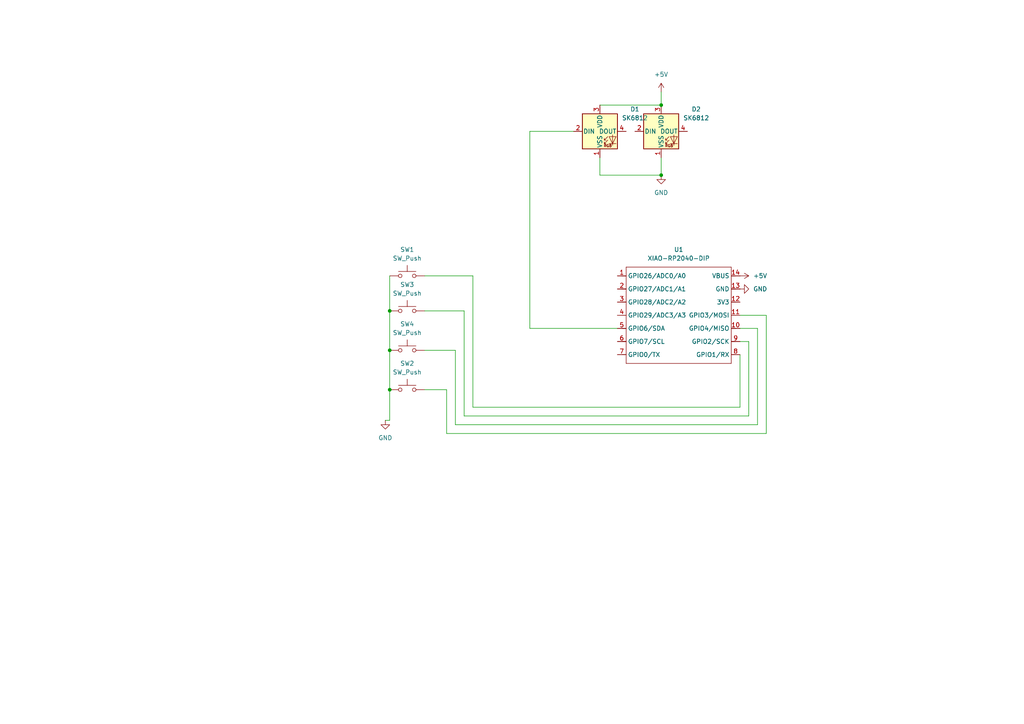
<source format=kicad_sch>
(kicad_sch
	(version 20250114)
	(generator "eeschema")
	(generator_version "9.0")
	(uuid "123f1300-b2f5-4174-9bb1-1b04623752ee")
	(paper "A4")
	(lib_symbols
		(symbol "LED:SK6812"
			(pin_names
				(offset 0.254)
			)
			(exclude_from_sim no)
			(in_bom yes)
			(on_board yes)
			(property "Reference" "D"
				(at 5.08 5.715 0)
				(effects
					(font
						(size 1.27 1.27)
					)
					(justify right bottom)
				)
			)
			(property "Value" "SK6812"
				(at 1.27 -5.715 0)
				(effects
					(font
						(size 1.27 1.27)
					)
					(justify left top)
				)
			)
			(property "Footprint" "LED_SMD:LED_SK6812_PLCC4_5.0x5.0mm_P3.2mm"
				(at 1.27 -7.62 0)
				(effects
					(font
						(size 1.27 1.27)
					)
					(justify left top)
					(hide yes)
				)
			)
			(property "Datasheet" "https://cdn-shop.adafruit.com/product-files/1138/SK6812+LED+datasheet+.pdf"
				(at 2.54 -9.525 0)
				(effects
					(font
						(size 1.27 1.27)
					)
					(justify left top)
					(hide yes)
				)
			)
			(property "Description" "RGB LED with integrated controller"
				(at 0 0 0)
				(effects
					(font
						(size 1.27 1.27)
					)
					(hide yes)
				)
			)
			(property "ki_keywords" "RGB LED NeoPixel addressable"
				(at 0 0 0)
				(effects
					(font
						(size 1.27 1.27)
					)
					(hide yes)
				)
			)
			(property "ki_fp_filters" "LED*SK6812*PLCC*5.0x5.0mm*P3.2mm*"
				(at 0 0 0)
				(effects
					(font
						(size 1.27 1.27)
					)
					(hide yes)
				)
			)
			(symbol "SK6812_0_0"
				(text "RGB"
					(at 2.286 -4.191 0)
					(effects
						(font
							(size 0.762 0.762)
						)
					)
				)
			)
			(symbol "SK6812_0_1"
				(polyline
					(pts
						(xy 1.27 -2.54) (xy 1.778 -2.54)
					)
					(stroke
						(width 0)
						(type default)
					)
					(fill
						(type none)
					)
				)
				(polyline
					(pts
						(xy 1.27 -3.556) (xy 1.778 -3.556)
					)
					(stroke
						(width 0)
						(type default)
					)
					(fill
						(type none)
					)
				)
				(polyline
					(pts
						(xy 2.286 -1.524) (xy 1.27 -2.54) (xy 1.27 -2.032)
					)
					(stroke
						(width 0)
						(type default)
					)
					(fill
						(type none)
					)
				)
				(polyline
					(pts
						(xy 2.286 -2.54) (xy 1.27 -3.556) (xy 1.27 -3.048)
					)
					(stroke
						(width 0)
						(type default)
					)
					(fill
						(type none)
					)
				)
				(polyline
					(pts
						(xy 3.683 -1.016) (xy 3.683 -3.556) (xy 3.683 -4.064)
					)
					(stroke
						(width 0)
						(type default)
					)
					(fill
						(type none)
					)
				)
				(polyline
					(pts
						(xy 4.699 -1.524) (xy 2.667 -1.524) (xy 3.683 -3.556) (xy 4.699 -1.524)
					)
					(stroke
						(width 0)
						(type default)
					)
					(fill
						(type none)
					)
				)
				(polyline
					(pts
						(xy 4.699 -3.556) (xy 2.667 -3.556)
					)
					(stroke
						(width 0)
						(type default)
					)
					(fill
						(type none)
					)
				)
				(rectangle
					(start 5.08 5.08)
					(end -5.08 -5.08)
					(stroke
						(width 0.254)
						(type default)
					)
					(fill
						(type background)
					)
				)
			)
			(symbol "SK6812_1_1"
				(pin input line
					(at -7.62 0 0)
					(length 2.54)
					(name "DIN"
						(effects
							(font
								(size 1.27 1.27)
							)
						)
					)
					(number "2"
						(effects
							(font
								(size 1.27 1.27)
							)
						)
					)
				)
				(pin power_in line
					(at 0 7.62 270)
					(length 2.54)
					(name "VDD"
						(effects
							(font
								(size 1.27 1.27)
							)
						)
					)
					(number "3"
						(effects
							(font
								(size 1.27 1.27)
							)
						)
					)
				)
				(pin power_in line
					(at 0 -7.62 90)
					(length 2.54)
					(name "VSS"
						(effects
							(font
								(size 1.27 1.27)
							)
						)
					)
					(number "1"
						(effects
							(font
								(size 1.27 1.27)
							)
						)
					)
				)
				(pin output line
					(at 7.62 0 180)
					(length 2.54)
					(name "DOUT"
						(effects
							(font
								(size 1.27 1.27)
							)
						)
					)
					(number "4"
						(effects
							(font
								(size 1.27 1.27)
							)
						)
					)
				)
			)
			(embedded_fonts no)
		)
		(symbol "Switch:SW_Push"
			(pin_numbers
				(hide yes)
			)
			(pin_names
				(offset 1.016)
				(hide yes)
			)
			(exclude_from_sim no)
			(in_bom yes)
			(on_board yes)
			(property "Reference" "SW"
				(at 1.27 2.54 0)
				(effects
					(font
						(size 1.27 1.27)
					)
					(justify left)
				)
			)
			(property "Value" "SW_Push"
				(at 0 -1.524 0)
				(effects
					(font
						(size 1.27 1.27)
					)
				)
			)
			(property "Footprint" ""
				(at 0 5.08 0)
				(effects
					(font
						(size 1.27 1.27)
					)
					(hide yes)
				)
			)
			(property "Datasheet" "~"
				(at 0 5.08 0)
				(effects
					(font
						(size 1.27 1.27)
					)
					(hide yes)
				)
			)
			(property "Description" "Push button switch, generic, two pins"
				(at 0 0 0)
				(effects
					(font
						(size 1.27 1.27)
					)
					(hide yes)
				)
			)
			(property "ki_keywords" "switch normally-open pushbutton push-button"
				(at 0 0 0)
				(effects
					(font
						(size 1.27 1.27)
					)
					(hide yes)
				)
			)
			(symbol "SW_Push_0_1"
				(circle
					(center -2.032 0)
					(radius 0.508)
					(stroke
						(width 0)
						(type default)
					)
					(fill
						(type none)
					)
				)
				(polyline
					(pts
						(xy 0 1.27) (xy 0 3.048)
					)
					(stroke
						(width 0)
						(type default)
					)
					(fill
						(type none)
					)
				)
				(circle
					(center 2.032 0)
					(radius 0.508)
					(stroke
						(width 0)
						(type default)
					)
					(fill
						(type none)
					)
				)
				(polyline
					(pts
						(xy 2.54 1.27) (xy -2.54 1.27)
					)
					(stroke
						(width 0)
						(type default)
					)
					(fill
						(type none)
					)
				)
				(pin passive line
					(at -5.08 0 0)
					(length 2.54)
					(name "1"
						(effects
							(font
								(size 1.27 1.27)
							)
						)
					)
					(number "1"
						(effects
							(font
								(size 1.27 1.27)
							)
						)
					)
				)
				(pin passive line
					(at 5.08 0 180)
					(length 2.54)
					(name "2"
						(effects
							(font
								(size 1.27 1.27)
							)
						)
					)
					(number "2"
						(effects
							(font
								(size 1.27 1.27)
							)
						)
					)
				)
			)
			(embedded_fonts no)
		)
		(symbol "Xiao:XIAO-RP2040-DIP"
			(exclude_from_sim no)
			(in_bom yes)
			(on_board yes)
			(property "Reference" "U"
				(at 0 0 0)
				(effects
					(font
						(size 1.27 1.27)
					)
				)
			)
			(property "Value" "XIAO-RP2040-DIP"
				(at 5.334 -1.778 0)
				(effects
					(font
						(size 1.27 1.27)
					)
				)
			)
			(property "Footprint" "Module:MOUDLE14P-XIAO-DIP-SMD"
				(at 14.478 -32.258 0)
				(effects
					(font
						(size 1.27 1.27)
					)
					(hide yes)
				)
			)
			(property "Datasheet" ""
				(at 0 0 0)
				(effects
					(font
						(size 1.27 1.27)
					)
					(hide yes)
				)
			)
			(property "Description" ""
				(at 0 0 0)
				(effects
					(font
						(size 1.27 1.27)
					)
					(hide yes)
				)
			)
			(symbol "XIAO-RP2040-DIP_1_0"
				(polyline
					(pts
						(xy -1.27 -2.54) (xy 29.21 -2.54)
					)
					(stroke
						(width 0.1524)
						(type solid)
					)
					(fill
						(type none)
					)
				)
				(polyline
					(pts
						(xy -1.27 -5.08) (xy -2.54 -5.08)
					)
					(stroke
						(width 0.1524)
						(type solid)
					)
					(fill
						(type none)
					)
				)
				(polyline
					(pts
						(xy -1.27 -5.08) (xy -1.27 -2.54)
					)
					(stroke
						(width 0.1524)
						(type solid)
					)
					(fill
						(type none)
					)
				)
				(polyline
					(pts
						(xy -1.27 -8.89) (xy -2.54 -8.89)
					)
					(stroke
						(width 0.1524)
						(type solid)
					)
					(fill
						(type none)
					)
				)
				(polyline
					(pts
						(xy -1.27 -8.89) (xy -1.27 -5.08)
					)
					(stroke
						(width 0.1524)
						(type solid)
					)
					(fill
						(type none)
					)
				)
				(polyline
					(pts
						(xy -1.27 -12.7) (xy -2.54 -12.7)
					)
					(stroke
						(width 0.1524)
						(type solid)
					)
					(fill
						(type none)
					)
				)
				(polyline
					(pts
						(xy -1.27 -12.7) (xy -1.27 -8.89)
					)
					(stroke
						(width 0.1524)
						(type solid)
					)
					(fill
						(type none)
					)
				)
				(polyline
					(pts
						(xy -1.27 -16.51) (xy -2.54 -16.51)
					)
					(stroke
						(width 0.1524)
						(type solid)
					)
					(fill
						(type none)
					)
				)
				(polyline
					(pts
						(xy -1.27 -16.51) (xy -1.27 -12.7)
					)
					(stroke
						(width 0.1524)
						(type solid)
					)
					(fill
						(type none)
					)
				)
				(polyline
					(pts
						(xy -1.27 -20.32) (xy -2.54 -20.32)
					)
					(stroke
						(width 0.1524)
						(type solid)
					)
					(fill
						(type none)
					)
				)
				(polyline
					(pts
						(xy -1.27 -24.13) (xy -2.54 -24.13)
					)
					(stroke
						(width 0.1524)
						(type solid)
					)
					(fill
						(type none)
					)
				)
				(polyline
					(pts
						(xy -1.27 -27.94) (xy -2.54 -27.94)
					)
					(stroke
						(width 0.1524)
						(type solid)
					)
					(fill
						(type none)
					)
				)
				(polyline
					(pts
						(xy -1.27 -30.48) (xy -1.27 -16.51)
					)
					(stroke
						(width 0.1524)
						(type solid)
					)
					(fill
						(type none)
					)
				)
				(polyline
					(pts
						(xy 29.21 -2.54) (xy 29.21 -5.08)
					)
					(stroke
						(width 0.1524)
						(type solid)
					)
					(fill
						(type none)
					)
				)
				(polyline
					(pts
						(xy 29.21 -5.08) (xy 29.21 -8.89)
					)
					(stroke
						(width 0.1524)
						(type solid)
					)
					(fill
						(type none)
					)
				)
				(polyline
					(pts
						(xy 29.21 -8.89) (xy 29.21 -12.7)
					)
					(stroke
						(width 0.1524)
						(type solid)
					)
					(fill
						(type none)
					)
				)
				(polyline
					(pts
						(xy 29.21 -12.7) (xy 29.21 -30.48)
					)
					(stroke
						(width 0.1524)
						(type solid)
					)
					(fill
						(type none)
					)
				)
				(polyline
					(pts
						(xy 29.21 -30.48) (xy -1.27 -30.48)
					)
					(stroke
						(width 0.1524)
						(type solid)
					)
					(fill
						(type none)
					)
				)
				(polyline
					(pts
						(xy 30.48 -5.08) (xy 29.21 -5.08)
					)
					(stroke
						(width 0.1524)
						(type solid)
					)
					(fill
						(type none)
					)
				)
				(polyline
					(pts
						(xy 30.48 -8.89) (xy 29.21 -8.89)
					)
					(stroke
						(width 0.1524)
						(type solid)
					)
					(fill
						(type none)
					)
				)
				(polyline
					(pts
						(xy 30.48 -12.7) (xy 29.21 -12.7)
					)
					(stroke
						(width 0.1524)
						(type solid)
					)
					(fill
						(type none)
					)
				)
				(polyline
					(pts
						(xy 30.48 -16.51) (xy 29.21 -16.51)
					)
					(stroke
						(width 0.1524)
						(type solid)
					)
					(fill
						(type none)
					)
				)
				(polyline
					(pts
						(xy 30.48 -20.32) (xy 29.21 -20.32)
					)
					(stroke
						(width 0.1524)
						(type solid)
					)
					(fill
						(type none)
					)
				)
				(polyline
					(pts
						(xy 30.48 -24.13) (xy 29.21 -24.13)
					)
					(stroke
						(width 0.1524)
						(type solid)
					)
					(fill
						(type none)
					)
				)
				(polyline
					(pts
						(xy 30.48 -27.94) (xy 29.21 -27.94)
					)
					(stroke
						(width 0.1524)
						(type solid)
					)
					(fill
						(type none)
					)
				)
				(pin passive line
					(at -3.81 -5.08 0)
					(length 2.54)
					(name "GPIO26/ADC0/A0"
						(effects
							(font
								(size 1.27 1.27)
							)
						)
					)
					(number "1"
						(effects
							(font
								(size 1.27 1.27)
							)
						)
					)
				)
				(pin passive line
					(at -3.81 -8.89 0)
					(length 2.54)
					(name "GPIO27/ADC1/A1"
						(effects
							(font
								(size 1.27 1.27)
							)
						)
					)
					(number "2"
						(effects
							(font
								(size 1.27 1.27)
							)
						)
					)
				)
				(pin passive line
					(at -3.81 -12.7 0)
					(length 2.54)
					(name "GPIO28/ADC2/A2"
						(effects
							(font
								(size 1.27 1.27)
							)
						)
					)
					(number "3"
						(effects
							(font
								(size 1.27 1.27)
							)
						)
					)
				)
				(pin passive line
					(at -3.81 -16.51 0)
					(length 2.54)
					(name "GPIO29/ADC3/A3"
						(effects
							(font
								(size 1.27 1.27)
							)
						)
					)
					(number "4"
						(effects
							(font
								(size 1.27 1.27)
							)
						)
					)
				)
				(pin passive line
					(at -3.81 -20.32 0)
					(length 2.54)
					(name "GPIO6/SDA"
						(effects
							(font
								(size 1.27 1.27)
							)
						)
					)
					(number "5"
						(effects
							(font
								(size 1.27 1.27)
							)
						)
					)
				)
				(pin passive line
					(at -3.81 -24.13 0)
					(length 2.54)
					(name "GPIO7/SCL"
						(effects
							(font
								(size 1.27 1.27)
							)
						)
					)
					(number "6"
						(effects
							(font
								(size 1.27 1.27)
							)
						)
					)
				)
				(pin passive line
					(at -3.81 -27.94 0)
					(length 2.54)
					(name "GPIO0/TX"
						(effects
							(font
								(size 1.27 1.27)
							)
						)
					)
					(number "7"
						(effects
							(font
								(size 1.27 1.27)
							)
						)
					)
				)
				(pin passive line
					(at 31.75 -5.08 180)
					(length 2.54)
					(name "VBUS"
						(effects
							(font
								(size 1.27 1.27)
							)
						)
					)
					(number "14"
						(effects
							(font
								(size 1.27 1.27)
							)
						)
					)
				)
				(pin passive line
					(at 31.75 -8.89 180)
					(length 2.54)
					(name "GND"
						(effects
							(font
								(size 1.27 1.27)
							)
						)
					)
					(number "13"
						(effects
							(font
								(size 1.27 1.27)
							)
						)
					)
				)
				(pin passive line
					(at 31.75 -12.7 180)
					(length 2.54)
					(name "3V3"
						(effects
							(font
								(size 1.27 1.27)
							)
						)
					)
					(number "12"
						(effects
							(font
								(size 1.27 1.27)
							)
						)
					)
				)
				(pin passive line
					(at 31.75 -16.51 180)
					(length 2.54)
					(name "GPIO3/MOSI"
						(effects
							(font
								(size 1.27 1.27)
							)
						)
					)
					(number "11"
						(effects
							(font
								(size 1.27 1.27)
							)
						)
					)
				)
				(pin passive line
					(at 31.75 -20.32 180)
					(length 2.54)
					(name "GPIO4/MISO"
						(effects
							(font
								(size 1.27 1.27)
							)
						)
					)
					(number "10"
						(effects
							(font
								(size 1.27 1.27)
							)
						)
					)
				)
				(pin passive line
					(at 31.75 -24.13 180)
					(length 2.54)
					(name "GPIO2/SCK"
						(effects
							(font
								(size 1.27 1.27)
							)
						)
					)
					(number "9"
						(effects
							(font
								(size 1.27 1.27)
							)
						)
					)
				)
				(pin passive line
					(at 31.75 -27.94 180)
					(length 2.54)
					(name "GPIO1/RX"
						(effects
							(font
								(size 1.27 1.27)
							)
						)
					)
					(number "8"
						(effects
							(font
								(size 1.27 1.27)
							)
						)
					)
				)
			)
			(embedded_fonts no)
		)
		(symbol "power:+5V"
			(power)
			(pin_numbers
				(hide yes)
			)
			(pin_names
				(offset 0)
				(hide yes)
			)
			(exclude_from_sim no)
			(in_bom yes)
			(on_board yes)
			(property "Reference" "#PWR"
				(at 0 -3.81 0)
				(effects
					(font
						(size 1.27 1.27)
					)
					(hide yes)
				)
			)
			(property "Value" "+5V"
				(at 0 3.556 0)
				(effects
					(font
						(size 1.27 1.27)
					)
				)
			)
			(property "Footprint" ""
				(at 0 0 0)
				(effects
					(font
						(size 1.27 1.27)
					)
					(hide yes)
				)
			)
			(property "Datasheet" ""
				(at 0 0 0)
				(effects
					(font
						(size 1.27 1.27)
					)
					(hide yes)
				)
			)
			(property "Description" "Power symbol creates a global label with name \"+5V\""
				(at 0 0 0)
				(effects
					(font
						(size 1.27 1.27)
					)
					(hide yes)
				)
			)
			(property "ki_keywords" "global power"
				(at 0 0 0)
				(effects
					(font
						(size 1.27 1.27)
					)
					(hide yes)
				)
			)
			(symbol "+5V_0_1"
				(polyline
					(pts
						(xy -0.762 1.27) (xy 0 2.54)
					)
					(stroke
						(width 0)
						(type default)
					)
					(fill
						(type none)
					)
				)
				(polyline
					(pts
						(xy 0 2.54) (xy 0.762 1.27)
					)
					(stroke
						(width 0)
						(type default)
					)
					(fill
						(type none)
					)
				)
				(polyline
					(pts
						(xy 0 0) (xy 0 2.54)
					)
					(stroke
						(width 0)
						(type default)
					)
					(fill
						(type none)
					)
				)
			)
			(symbol "+5V_1_1"
				(pin power_in line
					(at 0 0 90)
					(length 0)
					(name "~"
						(effects
							(font
								(size 1.27 1.27)
							)
						)
					)
					(number "1"
						(effects
							(font
								(size 1.27 1.27)
							)
						)
					)
				)
			)
			(embedded_fonts no)
		)
		(symbol "power:GND"
			(power)
			(pin_numbers
				(hide yes)
			)
			(pin_names
				(offset 0)
				(hide yes)
			)
			(exclude_from_sim no)
			(in_bom yes)
			(on_board yes)
			(property "Reference" "#PWR"
				(at 0 -6.35 0)
				(effects
					(font
						(size 1.27 1.27)
					)
					(hide yes)
				)
			)
			(property "Value" "GND"
				(at 0 -3.81 0)
				(effects
					(font
						(size 1.27 1.27)
					)
				)
			)
			(property "Footprint" ""
				(at 0 0 0)
				(effects
					(font
						(size 1.27 1.27)
					)
					(hide yes)
				)
			)
			(property "Datasheet" ""
				(at 0 0 0)
				(effects
					(font
						(size 1.27 1.27)
					)
					(hide yes)
				)
			)
			(property "Description" "Power symbol creates a global label with name \"GND\" , ground"
				(at 0 0 0)
				(effects
					(font
						(size 1.27 1.27)
					)
					(hide yes)
				)
			)
			(property "ki_keywords" "global power"
				(at 0 0 0)
				(effects
					(font
						(size 1.27 1.27)
					)
					(hide yes)
				)
			)
			(symbol "GND_0_1"
				(polyline
					(pts
						(xy 0 0) (xy 0 -1.27) (xy 1.27 -1.27) (xy 0 -2.54) (xy -1.27 -1.27) (xy 0 -1.27)
					)
					(stroke
						(width 0)
						(type default)
					)
					(fill
						(type none)
					)
				)
			)
			(symbol "GND_1_1"
				(pin power_in line
					(at 0 0 270)
					(length 0)
					(name "~"
						(effects
							(font
								(size 1.27 1.27)
							)
						)
					)
					(number "1"
						(effects
							(font
								(size 1.27 1.27)
							)
						)
					)
				)
			)
			(embedded_fonts no)
		)
	)
	(junction
		(at 113.03 113.03)
		(diameter 0)
		(color 0 0 0 0)
		(uuid "69be46f6-b0c8-4a60-b72e-e66305338818")
	)
	(junction
		(at 113.03 101.6)
		(diameter 0)
		(color 0 0 0 0)
		(uuid "752de2a3-2cd2-46bf-a4f0-9860472029d3")
	)
	(junction
		(at 191.77 30.48)
		(diameter 0)
		(color 0 0 0 0)
		(uuid "cf7c3bc7-b760-4962-a533-f66871e2be70")
	)
	(junction
		(at 191.77 50.8)
		(diameter 0)
		(color 0 0 0 0)
		(uuid "d100c8e2-d75e-43b9-978d-0c343501accd")
	)
	(junction
		(at 113.03 90.17)
		(diameter 0)
		(color 0 0 0 0)
		(uuid "f1a53ca9-f4bc-457d-b9c9-d56c09e0ca92")
	)
	(wire
		(pts
			(xy 219.71 95.25) (xy 219.71 123.19)
		)
		(stroke
			(width 0)
			(type default)
		)
		(uuid "0c24408e-da95-419e-af37-93594d333a14")
	)
	(wire
		(pts
			(xy 113.03 121.92) (xy 111.76 121.92)
		)
		(stroke
			(width 0)
			(type default)
		)
		(uuid "17419a2c-5998-4557-9a05-c331d4b39dec")
	)
	(wire
		(pts
			(xy 222.25 91.44) (xy 214.63 91.44)
		)
		(stroke
			(width 0)
			(type default)
		)
		(uuid "18fd4322-6abe-4df4-9344-7e3e2ddeda56")
	)
	(wire
		(pts
			(xy 191.77 50.8) (xy 191.77 45.72)
		)
		(stroke
			(width 0)
			(type default)
		)
		(uuid "1b33c3a8-336d-4c3a-918d-bdf8f7b24761")
	)
	(wire
		(pts
			(xy 153.67 95.25) (xy 179.07 95.25)
		)
		(stroke
			(width 0)
			(type default)
		)
		(uuid "1f49e6e9-2331-41b5-8028-8049ed8c0c12")
	)
	(wire
		(pts
			(xy 132.08 101.6) (xy 123.19 101.6)
		)
		(stroke
			(width 0)
			(type default)
		)
		(uuid "22fd638b-485e-46c7-b990-868cd936639e")
	)
	(wire
		(pts
			(xy 137.16 80.01) (xy 123.19 80.01)
		)
		(stroke
			(width 0)
			(type default)
		)
		(uuid "271c6a87-355d-464c-b734-0d7c73fadc55")
	)
	(wire
		(pts
			(xy 214.63 95.25) (xy 219.71 95.25)
		)
		(stroke
			(width 0)
			(type default)
		)
		(uuid "272d91c5-a550-449e-a4f9-f0a2acc31ecd")
	)
	(wire
		(pts
			(xy 129.54 113.03) (xy 129.54 125.73)
		)
		(stroke
			(width 0)
			(type default)
		)
		(uuid "31be81da-bfa5-4146-b0d2-ccc3fa8ecb09")
	)
	(wire
		(pts
			(xy 113.03 80.01) (xy 113.03 90.17)
		)
		(stroke
			(width 0)
			(type default)
		)
		(uuid "34f343d2-511a-4774-b76d-20b2f0fbe728")
	)
	(wire
		(pts
			(xy 113.03 113.03) (xy 113.03 121.92)
		)
		(stroke
			(width 0)
			(type default)
		)
		(uuid "4351be21-3789-4eca-af1a-0d8e0de59711")
	)
	(wire
		(pts
			(xy 132.08 123.19) (xy 132.08 101.6)
		)
		(stroke
			(width 0)
			(type default)
		)
		(uuid "4ccda97d-faa0-4f88-89f6-af5e5bb56f62")
	)
	(wire
		(pts
			(xy 173.99 45.72) (xy 173.99 50.8)
		)
		(stroke
			(width 0)
			(type default)
		)
		(uuid "5375dce2-2453-4e92-8a42-46bb94583ca6")
	)
	(wire
		(pts
			(xy 173.99 30.48) (xy 191.77 30.48)
		)
		(stroke
			(width 0)
			(type default)
		)
		(uuid "6cdd24dc-6316-4d00-82d3-3c1071a17f38")
	)
	(wire
		(pts
			(xy 217.17 99.06) (xy 217.17 120.65)
		)
		(stroke
			(width 0)
			(type default)
		)
		(uuid "7a2c5dbf-efbf-4b7f-af6e-40fac2bd8bd3")
	)
	(wire
		(pts
			(xy 191.77 26.67) (xy 191.77 30.48)
		)
		(stroke
			(width 0)
			(type default)
		)
		(uuid "7d29ac88-a227-4389-b71b-cf4ea7cacbdc")
	)
	(wire
		(pts
			(xy 137.16 118.11) (xy 137.16 80.01)
		)
		(stroke
			(width 0)
			(type default)
		)
		(uuid "81569242-49b5-4863-a49f-cc7ab53eb336")
	)
	(wire
		(pts
			(xy 214.63 118.11) (xy 137.16 118.11)
		)
		(stroke
			(width 0)
			(type default)
		)
		(uuid "8cc8d882-be65-4e50-98fb-3cd1508240aa")
	)
	(wire
		(pts
			(xy 134.62 120.65) (xy 134.62 90.17)
		)
		(stroke
			(width 0)
			(type default)
		)
		(uuid "96309cd0-71f6-4531-ad3b-18664f143f4d")
	)
	(wire
		(pts
			(xy 173.99 50.8) (xy 191.77 50.8)
		)
		(stroke
			(width 0)
			(type default)
		)
		(uuid "99a35801-79dc-4aef-ba2e-d065c795852a")
	)
	(wire
		(pts
			(xy 222.25 125.73) (xy 222.25 91.44)
		)
		(stroke
			(width 0)
			(type default)
		)
		(uuid "9deee1a8-1315-40b4-99df-3fb32c4d6017")
	)
	(wire
		(pts
			(xy 166.37 38.1) (xy 153.67 38.1)
		)
		(stroke
			(width 0)
			(type default)
		)
		(uuid "9fb3de17-e80c-458d-99dc-268e81431f62")
	)
	(wire
		(pts
			(xy 123.19 113.03) (xy 129.54 113.03)
		)
		(stroke
			(width 0)
			(type default)
		)
		(uuid "a4ee4e38-4f29-4b0c-bbfd-be5b72f4ceb1")
	)
	(wire
		(pts
			(xy 134.62 90.17) (xy 123.19 90.17)
		)
		(stroke
			(width 0)
			(type default)
		)
		(uuid "ac02a1bb-2ac5-4f61-8b99-2089da491819")
	)
	(wire
		(pts
			(xy 219.71 123.19) (xy 132.08 123.19)
		)
		(stroke
			(width 0)
			(type default)
		)
		(uuid "b8237496-a5b8-48fe-9bfd-b480ea234fdc")
	)
	(wire
		(pts
			(xy 113.03 101.6) (xy 113.03 113.03)
		)
		(stroke
			(width 0)
			(type default)
		)
		(uuid "c21d56e3-d4d8-48f1-9e48-64c596d46dbd")
	)
	(wire
		(pts
			(xy 217.17 120.65) (xy 134.62 120.65)
		)
		(stroke
			(width 0)
			(type default)
		)
		(uuid "c5b2e5ed-de28-48fc-bc81-8a6481fce547")
	)
	(wire
		(pts
			(xy 214.63 99.06) (xy 217.17 99.06)
		)
		(stroke
			(width 0)
			(type default)
		)
		(uuid "c8241648-c7d0-41fd-961a-96d3f3cc87f7")
	)
	(wire
		(pts
			(xy 129.54 125.73) (xy 222.25 125.73)
		)
		(stroke
			(width 0)
			(type default)
		)
		(uuid "ca1573b5-e05e-44ac-a1bf-79e3062d8f8b")
	)
	(wire
		(pts
			(xy 153.67 38.1) (xy 153.67 95.25)
		)
		(stroke
			(width 0)
			(type default)
		)
		(uuid "ef3b08cc-73b8-4dd1-b31f-338d7a644fc8")
	)
	(wire
		(pts
			(xy 214.63 102.87) (xy 214.63 118.11)
		)
		(stroke
			(width 0)
			(type default)
		)
		(uuid "f7461cef-05b6-4a83-b920-ff0bfea1c1b7")
	)
	(wire
		(pts
			(xy 113.03 90.17) (xy 113.03 101.6)
		)
		(stroke
			(width 0)
			(type default)
		)
		(uuid "fc312c5d-a7dc-4bd0-88b6-55b3cc637912")
	)
	(symbol
		(lib_id "power:+5V")
		(at 214.63 80.01 270)
		(unit 1)
		(exclude_from_sim no)
		(in_bom yes)
		(on_board yes)
		(dnp no)
		(fields_autoplaced yes)
		(uuid "14f99d67-6c88-4b39-ba81-96e2b7b92845")
		(property "Reference" "#PWR02"
			(at 210.82 80.01 0)
			(effects
				(font
					(size 1.27 1.27)
				)
				(hide yes)
			)
		)
		(property "Value" "+5V"
			(at 218.44 80.0099 90)
			(effects
				(font
					(size 1.27 1.27)
				)
				(justify left)
			)
		)
		(property "Footprint" ""
			(at 214.63 80.01 0)
			(effects
				(font
					(size 1.27 1.27)
				)
				(hide yes)
			)
		)
		(property "Datasheet" ""
			(at 214.63 80.01 0)
			(effects
				(font
					(size 1.27 1.27)
				)
				(hide yes)
			)
		)
		(property "Description" "Power symbol creates a global label with name \"+5V\""
			(at 214.63 80.01 0)
			(effects
				(font
					(size 1.27 1.27)
				)
				(hide yes)
			)
		)
		(pin "1"
			(uuid "616be2ce-b26e-4842-bbde-3ab07d314801")
		)
		(instances
			(project ""
				(path "/123f1300-b2f5-4174-9bb1-1b04623752ee"
					(reference "#PWR02")
					(unit 1)
				)
			)
		)
	)
	(symbol
		(lib_id "Xiao:XIAO-RP2040-DIP")
		(at 182.88 74.93 0)
		(unit 1)
		(exclude_from_sim no)
		(in_bom yes)
		(on_board yes)
		(dnp no)
		(fields_autoplaced yes)
		(uuid "32ee959c-67d1-4f1f-a774-d0b9d4f40ab3")
		(property "Reference" "U1"
			(at 196.85 72.39 0)
			(effects
				(font
					(size 1.27 1.27)
				)
			)
		)
		(property "Value" "XIAO-RP2040-DIP"
			(at 196.85 74.93 0)
			(effects
				(font
					(size 1.27 1.27)
				)
			)
		)
		(property "Footprint" "OPL lib:XIAO-RP2040-DIP"
			(at 197.358 107.188 0)
			(effects
				(font
					(size 1.27 1.27)
				)
				(hide yes)
			)
		)
		(property "Datasheet" ""
			(at 182.88 74.93 0)
			(effects
				(font
					(size 1.27 1.27)
				)
				(hide yes)
			)
		)
		(property "Description" ""
			(at 182.88 74.93 0)
			(effects
				(font
					(size 1.27 1.27)
				)
				(hide yes)
			)
		)
		(pin "11"
			(uuid "519c97fe-53fe-4697-96c5-bc02a46fbcd2")
		)
		(pin "4"
			(uuid "ab96cf02-3ddf-4008-8edb-7bc453552aef")
		)
		(pin "12"
			(uuid "cf5ef061-35e4-46b6-b16d-32b9d499aa39")
		)
		(pin "2"
			(uuid "195e6559-4aca-4b89-b9ea-4759b33eb1e8")
		)
		(pin "3"
			(uuid "ba2923b5-e69d-4379-bf18-7cbbedd7b0ea")
		)
		(pin "1"
			(uuid "96685ca4-7642-42aa-83e5-33c271c537de")
		)
		(pin "6"
			(uuid "abbfddb0-2211-45cc-ab83-bd099a0bc070")
		)
		(pin "14"
			(uuid "d56557c9-520c-4e5d-a9b0-f799ace2107b")
		)
		(pin "7"
			(uuid "22ed8976-e67a-4996-aebb-4b9ed0a76ca7")
		)
		(pin "5"
			(uuid "1ec20e2a-06aa-46fa-b8a5-5689bf543821")
		)
		(pin "13"
			(uuid "b36de654-f8da-45b7-95e3-7751b5b84108")
		)
		(pin "10"
			(uuid "7c7a5104-722c-4e6b-8c44-f87925a94b79")
		)
		(pin "8"
			(uuid "e93ccf49-8fcc-4f39-afec-4e2fc98a3643")
		)
		(pin "9"
			(uuid "235cd684-716b-419b-9092-7da490860b5c")
		)
		(instances
			(project ""
				(path "/123f1300-b2f5-4174-9bb1-1b04623752ee"
					(reference "U1")
					(unit 1)
				)
			)
		)
	)
	(symbol
		(lib_id "power:GND")
		(at 111.76 121.92 0)
		(unit 1)
		(exclude_from_sim no)
		(in_bom yes)
		(on_board yes)
		(dnp no)
		(fields_autoplaced yes)
		(uuid "4037dcf4-7eaa-4f8a-b12e-8c66d62ee1d3")
		(property "Reference" "#PWR04"
			(at 111.76 128.27 0)
			(effects
				(font
					(size 1.27 1.27)
				)
				(hide yes)
			)
		)
		(property "Value" "GND"
			(at 111.76 127 0)
			(effects
				(font
					(size 1.27 1.27)
				)
			)
		)
		(property "Footprint" ""
			(at 111.76 121.92 0)
			(effects
				(font
					(size 1.27 1.27)
				)
				(hide yes)
			)
		)
		(property "Datasheet" ""
			(at 111.76 121.92 0)
			(effects
				(font
					(size 1.27 1.27)
				)
				(hide yes)
			)
		)
		(property "Description" "Power symbol creates a global label with name \"GND\" , ground"
			(at 111.76 121.92 0)
			(effects
				(font
					(size 1.27 1.27)
				)
				(hide yes)
			)
		)
		(pin "1"
			(uuid "aa962c7c-6c20-4f22-846e-90e83efb5bbd")
		)
		(instances
			(project ""
				(path "/123f1300-b2f5-4174-9bb1-1b04623752ee"
					(reference "#PWR04")
					(unit 1)
				)
			)
		)
	)
	(symbol
		(lib_id "LED:SK6812")
		(at 173.99 38.1 0)
		(unit 1)
		(exclude_from_sim no)
		(in_bom yes)
		(on_board yes)
		(dnp no)
		(uuid "6f64c93a-4111-492f-9b00-1e4e7cc07fe7")
		(property "Reference" "D1"
			(at 184.15 31.6798 0)
			(effects
				(font
					(size 1.27 1.27)
				)
			)
		)
		(property "Value" "SK6812"
			(at 184.15 34.2198 0)
			(effects
				(font
					(size 1.27 1.27)
				)
			)
		)
		(property "Footprint" "LED_SMD:LED_SK6812MINI_PLCC4_3.5x3.5mm_P1.75mm"
			(at 175.26 45.72 0)
			(effects
				(font
					(size 1.27 1.27)
				)
				(justify left top)
				(hide yes)
			)
		)
		(property "Datasheet" "https://cdn-shop.adafruit.com/product-files/1138/SK6812+LED+datasheet+.pdf"
			(at 176.53 47.625 0)
			(effects
				(font
					(size 1.27 1.27)
				)
				(justify left top)
				(hide yes)
			)
		)
		(property "Description" "RGB LED with integrated controller"
			(at 173.99 38.1 0)
			(effects
				(font
					(size 1.27 1.27)
				)
				(hide yes)
			)
		)
		(pin "1"
			(uuid "5b8a490a-6326-4d2b-8ded-aa821ef59afe")
		)
		(pin "2"
			(uuid "b225b832-a599-45c4-8c62-3a1f746098b0")
		)
		(pin "3"
			(uuid "43e32d10-3433-420b-80f5-4e9fb4988eea")
		)
		(pin "4"
			(uuid "1a1cefcc-58a3-4cf5-a0a1-2eab13b15cf1")
		)
		(instances
			(project ""
				(path "/123f1300-b2f5-4174-9bb1-1b04623752ee"
					(reference "D1")
					(unit 1)
				)
			)
		)
	)
	(symbol
		(lib_id "power:GND")
		(at 214.63 83.82 90)
		(unit 1)
		(exclude_from_sim no)
		(in_bom yes)
		(on_board yes)
		(dnp no)
		(fields_autoplaced yes)
		(uuid "700aa7ac-0baa-4e65-bc28-da976de5a6f9")
		(property "Reference" "#PWR01"
			(at 220.98 83.82 0)
			(effects
				(font
					(size 1.27 1.27)
				)
				(hide yes)
			)
		)
		(property "Value" "GND"
			(at 218.44 83.8199 90)
			(effects
				(font
					(size 1.27 1.27)
				)
				(justify right)
			)
		)
		(property "Footprint" ""
			(at 214.63 83.82 0)
			(effects
				(font
					(size 1.27 1.27)
				)
				(hide yes)
			)
		)
		(property "Datasheet" ""
			(at 214.63 83.82 0)
			(effects
				(font
					(size 1.27 1.27)
				)
				(hide yes)
			)
		)
		(property "Description" "Power symbol creates a global label with name \"GND\" , ground"
			(at 214.63 83.82 0)
			(effects
				(font
					(size 1.27 1.27)
				)
				(hide yes)
			)
		)
		(pin "1"
			(uuid "882d3090-5c86-4485-a155-e4f7cd5d7af4")
		)
		(instances
			(project ""
				(path "/123f1300-b2f5-4174-9bb1-1b04623752ee"
					(reference "#PWR01")
					(unit 1)
				)
			)
		)
	)
	(symbol
		(lib_id "power:+5V")
		(at 191.77 26.67 0)
		(unit 1)
		(exclude_from_sim no)
		(in_bom yes)
		(on_board yes)
		(dnp no)
		(fields_autoplaced yes)
		(uuid "878d52d8-6717-43ba-8ecd-5b14b5e37b14")
		(property "Reference" "#PWR03"
			(at 191.77 30.48 0)
			(effects
				(font
					(size 1.27 1.27)
				)
				(hide yes)
			)
		)
		(property "Value" "+5V"
			(at 191.77 21.59 0)
			(effects
				(font
					(size 1.27 1.27)
				)
			)
		)
		(property "Footprint" ""
			(at 191.77 26.67 0)
			(effects
				(font
					(size 1.27 1.27)
				)
				(hide yes)
			)
		)
		(property "Datasheet" ""
			(at 191.77 26.67 0)
			(effects
				(font
					(size 1.27 1.27)
				)
				(hide yes)
			)
		)
		(property "Description" "Power symbol creates a global label with name \"+5V\""
			(at 191.77 26.67 0)
			(effects
				(font
					(size 1.27 1.27)
				)
				(hide yes)
			)
		)
		(pin "1"
			(uuid "d7454b36-047b-4082-8acf-c134e3b0bf67")
		)
		(instances
			(project ""
				(path "/123f1300-b2f5-4174-9bb1-1b04623752ee"
					(reference "#PWR03")
					(unit 1)
				)
			)
		)
	)
	(symbol
		(lib_id "LED:SK6812")
		(at 191.77 38.1 0)
		(unit 1)
		(exclude_from_sim no)
		(in_bom yes)
		(on_board yes)
		(dnp no)
		(uuid "9bb149dc-59d0-4aac-9038-14c50857c726")
		(property "Reference" "D2"
			(at 201.93 31.6798 0)
			(effects
				(font
					(size 1.27 1.27)
				)
			)
		)
		(property "Value" "SK6812"
			(at 201.93 34.2198 0)
			(effects
				(font
					(size 1.27 1.27)
				)
			)
		)
		(property "Footprint" "LED_SMD:LED_SK6812MINI_PLCC4_3.5x3.5mm_P1.75mm"
			(at 193.04 45.72 0)
			(effects
				(font
					(size 1.27 1.27)
				)
				(justify left top)
				(hide yes)
			)
		)
		(property "Datasheet" "https://cdn-shop.adafruit.com/product-files/1138/SK6812+LED+datasheet+.pdf"
			(at 194.31 47.625 0)
			(effects
				(font
					(size 1.27 1.27)
				)
				(justify left top)
				(hide yes)
			)
		)
		(property "Description" "RGB LED with integrated controller"
			(at 191.77 38.1 0)
			(effects
				(font
					(size 1.27 1.27)
				)
				(hide yes)
			)
		)
		(pin "1"
			(uuid "57c0bd19-7eac-4d0d-b7f3-6b91ad5957c9")
		)
		(pin "2"
			(uuid "aac7bb63-efcd-4565-9634-97a4546d26ce")
		)
		(pin "3"
			(uuid "aab26a49-0a06-409c-9b95-9ac30dc3e83f")
		)
		(pin "4"
			(uuid "7723ca81-8e0a-4f71-a1ae-d270f2976dec")
		)
		(instances
			(project "Antilonio's HackBoard"
				(path "/123f1300-b2f5-4174-9bb1-1b04623752ee"
					(reference "D2")
					(unit 1)
				)
			)
		)
	)
	(symbol
		(lib_id "Switch:SW_Push")
		(at 118.11 90.17 0)
		(unit 1)
		(exclude_from_sim no)
		(in_bom yes)
		(on_board yes)
		(dnp no)
		(fields_autoplaced yes)
		(uuid "a29ae070-0a97-4192-a464-80feedbbd2e4")
		(property "Reference" "SW3"
			(at 118.11 82.55 0)
			(effects
				(font
					(size 1.27 1.27)
				)
			)
		)
		(property "Value" "SW_Push"
			(at 118.11 85.09 0)
			(effects
				(font
					(size 1.27 1.27)
				)
			)
		)
		(property "Footprint" "Button_Switch_Keyboard:SW_Cherry_MX_1.00u_PCB"
			(at 118.11 85.09 0)
			(effects
				(font
					(size 1.27 1.27)
				)
				(hide yes)
			)
		)
		(property "Datasheet" "~"
			(at 118.11 85.09 0)
			(effects
				(font
					(size 1.27 1.27)
				)
				(hide yes)
			)
		)
		(property "Description" "Push button switch, generic, two pins"
			(at 118.11 90.17 0)
			(effects
				(font
					(size 1.27 1.27)
				)
				(hide yes)
			)
		)
		(pin "1"
			(uuid "3a26ae5c-9fc1-4eac-bdf8-eb3cc064fceb")
		)
		(pin "2"
			(uuid "5c9ad593-71d7-489f-bb57-f950982f6925")
		)
		(instances
			(project "Antilonio's HackBoard"
				(path "/123f1300-b2f5-4174-9bb1-1b04623752ee"
					(reference "SW3")
					(unit 1)
				)
			)
		)
	)
	(symbol
		(lib_id "Switch:SW_Push")
		(at 118.11 113.03 0)
		(unit 1)
		(exclude_from_sim no)
		(in_bom yes)
		(on_board yes)
		(dnp no)
		(fields_autoplaced yes)
		(uuid "acd3a774-3b1c-4a21-b6c1-945c5549aefa")
		(property "Reference" "SW2"
			(at 118.11 105.41 0)
			(effects
				(font
					(size 1.27 1.27)
				)
			)
		)
		(property "Value" "SW_Push"
			(at 118.11 107.95 0)
			(effects
				(font
					(size 1.27 1.27)
				)
			)
		)
		(property "Footprint" "Button_Switch_Keyboard:SW_Cherry_MX_1.00u_PCB"
			(at 118.11 107.95 0)
			(effects
				(font
					(size 1.27 1.27)
				)
				(hide yes)
			)
		)
		(property "Datasheet" "~"
			(at 118.11 107.95 0)
			(effects
				(font
					(size 1.27 1.27)
				)
				(hide yes)
			)
		)
		(property "Description" "Push button switch, generic, two pins"
			(at 118.11 113.03 0)
			(effects
				(font
					(size 1.27 1.27)
				)
				(hide yes)
			)
		)
		(pin "1"
			(uuid "fb6662d2-d217-4293-a2a2-6586d47ce56e")
		)
		(pin "2"
			(uuid "b5e871f7-884d-4e34-9dd0-4ccd3305d0b7")
		)
		(instances
			(project "Antilonio's HackBoard"
				(path "/123f1300-b2f5-4174-9bb1-1b04623752ee"
					(reference "SW2")
					(unit 1)
				)
			)
		)
	)
	(symbol
		(lib_id "power:GND")
		(at 191.77 50.8 0)
		(unit 1)
		(exclude_from_sim no)
		(in_bom yes)
		(on_board yes)
		(dnp no)
		(fields_autoplaced yes)
		(uuid "b5713b38-8683-4c2c-b1a0-280ce13e76f8")
		(property "Reference" "#PWR05"
			(at 191.77 57.15 0)
			(effects
				(font
					(size 1.27 1.27)
				)
				(hide yes)
			)
		)
		(property "Value" "GND"
			(at 191.77 55.88 0)
			(effects
				(font
					(size 1.27 1.27)
				)
			)
		)
		(property "Footprint" ""
			(at 191.77 50.8 0)
			(effects
				(font
					(size 1.27 1.27)
				)
				(hide yes)
			)
		)
		(property "Datasheet" ""
			(at 191.77 50.8 0)
			(effects
				(font
					(size 1.27 1.27)
				)
				(hide yes)
			)
		)
		(property "Description" "Power symbol creates a global label with name \"GND\" , ground"
			(at 191.77 50.8 0)
			(effects
				(font
					(size 1.27 1.27)
				)
				(hide yes)
			)
		)
		(pin "1"
			(uuid "f88af678-b840-45ed-b08d-7464fa571356")
		)
		(instances
			(project ""
				(path "/123f1300-b2f5-4174-9bb1-1b04623752ee"
					(reference "#PWR05")
					(unit 1)
				)
			)
		)
	)
	(symbol
		(lib_id "Switch:SW_Push")
		(at 118.11 101.6 0)
		(unit 1)
		(exclude_from_sim no)
		(in_bom yes)
		(on_board yes)
		(dnp no)
		(fields_autoplaced yes)
		(uuid "cc1970cd-2e44-4a53-a6cd-8537c9bda9f3")
		(property "Reference" "SW4"
			(at 118.11 93.98 0)
			(effects
				(font
					(size 1.27 1.27)
				)
			)
		)
		(property "Value" "SW_Push"
			(at 118.11 96.52 0)
			(effects
				(font
					(size 1.27 1.27)
				)
			)
		)
		(property "Footprint" "Button_Switch_Keyboard:SW_Cherry_MX_1.00u_PCB"
			(at 118.11 96.52 0)
			(effects
				(font
					(size 1.27 1.27)
				)
				(hide yes)
			)
		)
		(property "Datasheet" "~"
			(at 118.11 96.52 0)
			(effects
				(font
					(size 1.27 1.27)
				)
				(hide yes)
			)
		)
		(property "Description" "Push button switch, generic, two pins"
			(at 118.11 101.6 0)
			(effects
				(font
					(size 1.27 1.27)
				)
				(hide yes)
			)
		)
		(pin "1"
			(uuid "c08a9862-b480-4bc4-8fd8-f55aba04f43c")
		)
		(pin "2"
			(uuid "f109c0cb-3b22-4c2d-8607-a6e146c8e43f")
		)
		(instances
			(project "Antilonio's HackBoard"
				(path "/123f1300-b2f5-4174-9bb1-1b04623752ee"
					(reference "SW4")
					(unit 1)
				)
			)
		)
	)
	(symbol
		(lib_id "Switch:SW_Push")
		(at 118.11 80.01 0)
		(unit 1)
		(exclude_from_sim no)
		(in_bom yes)
		(on_board yes)
		(dnp no)
		(uuid "f86d477c-d061-4d60-b147-bb941693cb00")
		(property "Reference" "SW1"
			(at 118.11 72.39 0)
			(effects
				(font
					(size 1.27 1.27)
				)
			)
		)
		(property "Value" "SW_Push"
			(at 118.11 74.93 0)
			(effects
				(font
					(size 1.27 1.27)
				)
			)
		)
		(property "Footprint" "Button_Switch_Keyboard:SW_Cherry_MX_1.00u_PCB"
			(at 118.11 74.93 0)
			(effects
				(font
					(size 1.27 1.27)
				)
				(hide yes)
			)
		)
		(property "Datasheet" "~"
			(at 118.11 74.93 0)
			(effects
				(font
					(size 1.27 1.27)
				)
				(hide yes)
			)
		)
		(property "Description" "Push button switch, generic, two pins"
			(at 118.11 80.01 0)
			(effects
				(font
					(size 1.27 1.27)
				)
				(hide yes)
			)
		)
		(pin "1"
			(uuid "0418f04a-c621-41e8-a705-27e041746692")
		)
		(pin "2"
			(uuid "f67334ff-3c1e-4358-ac58-80b7bc114e1e")
		)
		(instances
			(project ""
				(path "/123f1300-b2f5-4174-9bb1-1b04623752ee"
					(reference "SW1")
					(unit 1)
				)
			)
		)
	)
	(sheet_instances
		(path "/"
			(page "1")
		)
	)
	(embedded_fonts no)
)

</source>
